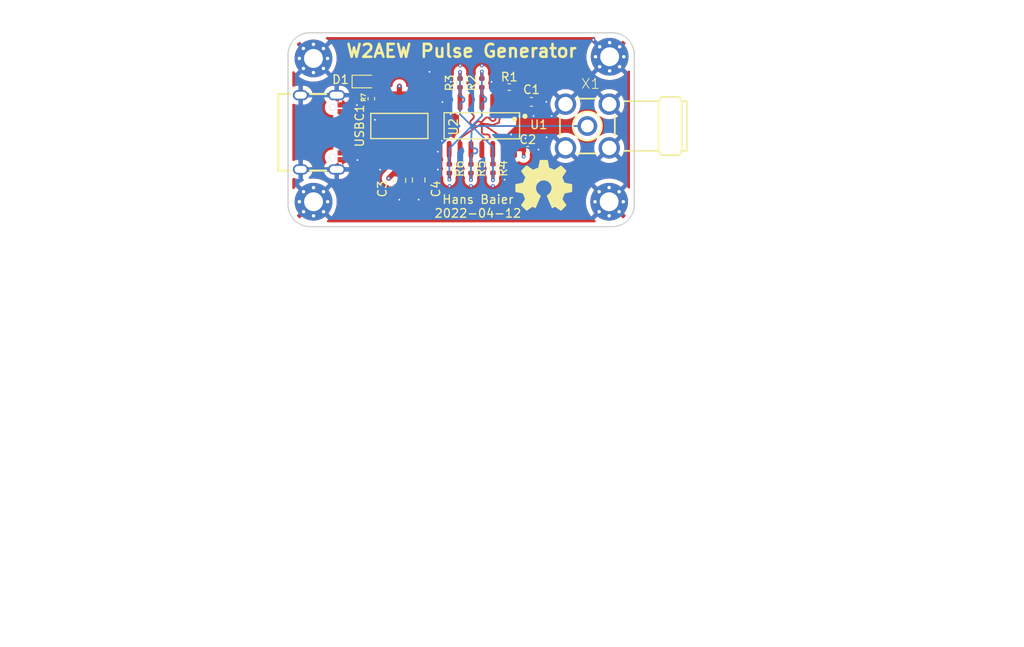
<source format=kicad_pcb>
(kicad_pcb (version 20211014) (generator pcbnew)
  (layers (0 "F.Cu" signal) (1 "In1.Cu" signal) (2 "In2.Cu" signal) (31 "B.Cu" signal) (34 "B.Paste" user) (35 "F.Paste" user) (36 "B.SilkS" user "B.Silkscreen") (37 "F.SilkS" user "F.Silkscreen") (38 "B.Mask" user) (39 "F.Mask" user) (44 "Edge.Cuts" user))
  (net 0 "")
  (net 1 "VCC")
  (net 2 "/OSC_OUT")
  (net 3 "GND")
  (net 4 "Net-(R2-Pad1)")
  (net 5 "/OUT")
  (net 6 "Net-(R3-Pad1)")
  (net 7 "Net-(R4-Pad1)")
  (net 8 "Net-(R5-Pad1)")
  (net 9 "Net-(R6-Pad1)")
  (net 18 "Net-(C1-Pad1)")
  (net 19 "Net-(D1-Pad2)")
  (net 20 "/VIN")
  (footprint "MountingHole:MountingHole_2.2mm_M2_Pad_Via" (layer "F.Cu") (at 136.46 83.74)
    (fp_text reference "H3" hide)
    (fp_text value "MountingHole_Pad")
    (pad "1" thru_hole circle (at 0 -1.65) (size 0.7 0.7) (drill 0.4) (layers *.Cu *.Mask) (net 3 "GND"))
    (pad "1" thru_hole circle (at -1.166726 -1.166726) (size 0.7 0.7) (drill 0.4) (layers *.Cu *.Mask) (net 3 "GND"))
    (pad "1" thru_hole circle (at -1.65 0) (size 0.7 0.7) (drill 0.4) (layers *.Cu *.Mask) (net 3 "GND"))
    (pad "1" thru_hole circle (at 0 0) (size 4.4 4.4) (drill 2.2) (layers *.Cu *.Mask) (net 3 "GND"))
    (pad "1" thru_hole circle (at 1.166726 -1.166726) (size 0.7 0.7) (drill 0.4) (layers *.Cu *.Mask) (net 3 "GND"))
    (pad "1" thru_hole circle (at 0 1.65) (size 0.7 0.7) (drill 0.4) (layers *.Cu *.Mask) (net 3 "GND"))
    (pad "1" thru_hole circle (at -1.166726 1.166726) (size 0.7 0.7) (drill 0.4) (layers *.Cu *.Mask) (net 3 "GND"))
    (pad "1" thru_hole circle (at 1.65 0) (size 0.7 0.7) (drill 0.4) (layers *.Cu *.Mask) (net 3 "GND"))
    (pad "1" thru_hole circle (at 1.166726 1.166726) (size 0.7 0.7) (drill 0.4) (layers *.Cu *.Mask) (net 3 "GND"))
  )
  (footprint "MountingHole:MountingHole_2.2mm_M2_Pad_Via" (layer "F.Cu") (at 101.99 83.74)
    (fp_text reference "H4" hide)
    (fp_text value "MountingHole_Pad")
    (pad "1" thru_hole circle (at -1.166726 -1.166726) (size 0.7 0.7) (drill 0.4) (layers *.Cu *.Mask) (net 3 "GND"))
    (pad "1" thru_hole circle (at -1.166726 1.166726) (size 0.7 0.7) (drill 0.4) (layers *.Cu *.Mask) (net 3 "GND"))
    (pad "1" thru_hole circle (at 0 -1.65) (size 0.7 0.7) (drill 0.4) (layers *.Cu *.Mask) (net 3 "GND"))
    (pad "1" thru_hole circle (at 1.166726 1.166726) (size 0.7 0.7) (drill 0.4) (layers *.Cu *.Mask) (net 3 "GND"))
    (pad "1" thru_hole circle (at 0 1.65) (size 0.7 0.7) (drill 0.4) (layers *.Cu *.Mask) (net 3 "GND"))
    (pad "1" thru_hole circle (at 1.65 0) (size 0.7 0.7) (drill 0.4) (layers *.Cu *.Mask) (net 3 "GND"))
    (pad "1" thru_hole circle (at -1.65 0) (size 0.7 0.7) (drill 0.4) (layers *.Cu *.Mask) (net 3 "GND"))
    (pad "1" thru_hole circle (at 0 0) (size 4.4 4.4) (drill 2.2) (layers *.Cu *.Mask) (net 3 "GND"))
    (pad "1" thru_hole circle (at 1.166726 -1.166726) (size 0.7 0.7) (drill 0.4) (layers *.Cu *.Mask) (net 3 "GND"))
  )
  (footprint "Capacitor_SMD:C_0805_2012Metric" (layer "F.Cu") (at 114.25 81.2 -90)
    (fp_text reference "C4" (at 1.05 -2 90) (layer "F.SilkS"))
    (fp_text value "10u")
    (fp_line (start -0.261252 -0.735) (end 0.261252 -0.735) (layer "F.SilkS") (width 0.12))
    (fp_line (start -0.261252 0.735) (end 0.261252 0.735) (layer "F.SilkS") (width 0.12))
    (pad "1" smd roundrect (at -0.95 0 270) (size 1 1.45) (layers "F.Cu" "F.Paste" "F.Mask") (net 20 "/VIN"))
    (pad "2" smd roundrect (at 0.95 0 270) (size 1 1.45) (layers "F.Cu" "F.Paste" "F.Mask") (net 3 "GND"))
  )
  (footprint "easyeda2kicad:SOT-223-3_L6.5-W3.4-P2.30-LS7.0-BR" (layer "F.Cu") (at 112 75 -90)
    (fp_text reference "U2" (at 0 -6.3 -90) (layer "F.SilkS"))
    (fp_text value "AMS1117-3.3")
    (fp_line (start 1.37 -3.33) (end 1.37 3.33) (layer "F.SilkS") (width 0.15))
    (fp_line (start -1.57 -3.33) (end 1.37 -3.33) (layer "F.SilkS") (width 0.15))
    (fp_line (start 1.37 3.33) (end -1.57 3.33) (layer "F.SilkS") (width 0.15))
    (fp_line (start -1.57 3.33) (end -1.57 -3.33) (layer "F.SilkS") (width 0.15))
    (pad "1" smd rect locked (at 2.97 2.3 270) (size 2.5 1.1) (layers "F.Cu" "F.Paste" "F.Mask") (net 3 "GND"))
    (pad "2" smd rect locked (at 2.97 0 270) (size 2.5 1.1) (layers "F.Cu" "F.Paste" "F.Mask") (net 1 "VCC"))
    (pad "3" smd rect locked (at 2.97 -2.3 270) (size 2.5 1.1) (layers "F.Cu" "F.Paste" "F.Mask") (net 20 "/VIN"))
    (pad "4" smd rect locked (at -2.97 0 270) (size 2.34 3.6) (layers "F.Cu" "F.Paste" "F.Mask") (net 1 "VCC"))
  )
  (footprint "Resistor_SMD:R_0402_1005Metric" (layer "F.Cu") (at 117.8306 79.883 -90)
    (fp_text reference "R6" (at 0 -1.17 90) (layer "F.SilkS"))
    (fp_text value "220R")
    (fp_line (start -0.153641 0.38) (end 0.153641 0.38) (layer "F.SilkS") (width 0.12))
    (fp_line (start -0.153641 -0.38) (end 0.153641 -0.38) (layer "F.SilkS") (width 0.12))
    (pad "1" smd roundrect (at -0.51 0 270) (size 0.54 0.64) (layers "F.Cu" "F.Paste" "F.Mask") (net 9 "Net-(R6-Pad1)"))
    (pad "2" smd roundrect (at 0.51 0 270) (size 0.54 0.64) (layers "F.Cu" "F.Paste" "F.Mask") (net 5 "/OUT"))
  )
  (footprint "Symbols:OSHW-Symbol_6.7x6mm_SilkScreen" (layer "F.Cu") (at 128.8288 81.8388)
    (fp_text reference "N1" hide)
    (fp_text value "OHWLOGO" hide)
    (fp_poly (pts (xy 0.555814 -2.531069) (xy 0.639635 -2.086445) (xy 0.94892 -1.958947) (xy 1.258206 -1.831449) (xy 1.629246 -2.083754) (xy 1.733157 -2.154004) (xy 1.827087 -2.216728) (xy 1.906652 -2.269062) (xy 1.96747 -2.308143) (xy 2.005157 -2.331107) (xy 2.015421 -2.336058) (xy 2.03391 -2.323324) (xy 2.07342 -2.288118) (xy 2.129522 -2.234938) (xy 2.197787 -2.168282) (xy 2.273786 -2.092646) (xy 2.353092 -2.012528) (xy 2.431275 -1.932426) (xy 2.503907 -1.856836) (xy 2.566559 -1.790255) (xy 2.614803 -1.737182) (xy 2.64421 -1.702113) (xy 2.651241 -1.690377) (xy 2.641123 -1.66874) (xy 2.612759 -1.621338) (xy 2.569129 -1.552807) (xy 2.513218 -1.467785) (xy 2.448006 -1.370907) (xy 2.410219 -1.31565) (xy 2.341343 -1.214752) (xy 2.28014 -1.123701) (xy 2.229578 -1.04703) (xy 2.192628 -0.989272) (xy 2.172258 -0.954957) (xy 2.169197 -0.947746) (xy 2.176136 -0.927252) (xy 2.195051 -0.879487) (xy 2.223087 -0.811168) (xy 2.257391 -0.729011) (xy 2.295109 -0.63973) (xy 2.333387 -0.550042) (xy 2.36937 -0.466662) (xy 2.400206 -0.396306) (xy 2.423039 -0.34569) (xy 2.435017 -0.321529) (xy 2.435724 -0.320578) (xy 2.454531 -0.315964) (xy 2.504618 -0.305672) (xy 2.580793 -0.290713) (xy 2.677865 -0.272099) (xy 2.790643 -0.250841) (xy 2.856442 -0.238582) (xy 2.97695 -0.215638) (xy 3.085797 -0.193805) (xy 3.177476 -0.174278) (xy 3.246481 -0.158252) (xy 3.287304 -0.146921) (xy 3.295511 -0.143326) (xy 3.303548 -0.118994) (xy 3.310033 -0.064041) (xy 3.31497 0.015108) (xy 3.318364 0.112026) (xy 3.320218 0.220287) (xy 3.320538 0.333465) (xy 3.319327 0.445135) (xy 3.31659 0.548868) (xy 3.312331 0.638241) (xy 3.306555 0.706826) (xy 3.299267 0.748197) (xy 3.294895 0.75681) (xy 3.268764 0.767133) (xy 3.213393 0.781892) (xy 3.136107 0.799352) (xy 3.04423 0.81778) (xy 3.012158 0.823741) (xy 2.857524 0.852066) (xy 2.735375 0.874876) (xy 2.641673 0.89308) (xy 2.572384 0.907583) (xy 2.523471 0.919292) (xy 2.490897 0.929115) (xy 2.470628 0.937956) (xy 2.458626 0.946724) (xy 2.456947 0.948457) (xy 2.440184 0.976371) (xy 2.414614 1.030695) (xy 2.382788 1.104777) (xy 2.34726 1.191965) (xy 2.310583 1.285608) (xy 2.275311 1.379052) (xy 2.243996 1.465647) (xy 2.219193 1.53874) (xy 2.203454 1.591678) (xy 2.199332 1.617811) (xy 2.199676 1.618726) (xy 2.213641 1.640086) (xy 2.245322 1.687084) (xy 2.291391 1.754827) (xy 2.348518 1.838423) (xy 2.413373 1.932982) (xy 2.431843 1.959854) (xy 2.497699 2.057275) (xy 2.55565 2.146163) (xy 2.602538 2.221412) (xy 2.635207 2.27792) (xy 2.6505 2.310581) (xy 2.651241 2.314593) (xy 2.638392 2.335684) (xy 2.602888 2.377464) (xy 2.549293 2.435445) (xy 2.482171 2.505135) (xy 2.406087 2.582045) (xy 2.325604 2.661683) (xy 2.245287 2.739561) (xy 2.169699 2.811186) (xy 2.103405 2.87207) (xy 2.050969 2.917721) (xy 2.016955 2.94365) (xy 2.007545 2.947883) (xy 1.985643 2.937912) (xy 1.9408 2.91102) (xy 1.880321 2.871736) (xy 1.833789 2.840117) (xy 1.749475 2.782098) (xy 1.649626 2.713784) (xy 1.549473 2.645579) (xy 1.495627 2.609075) (xy 1.313371 2.4858) (xy 1.160381 2.56852) (xy 1.090682 2.604759) (xy 1.031414 2.632926) (xy 0.991311 2.648991) (xy 0.981103 2.651226) (xy 0.968829 2.634722) (xy 0.944613 2.588082) (xy 0.910263 2.515609) (xy 0.867588 2.421606) (xy 0.818394 2.310374) (xy 0.76449 2.186215) (xy 0.707684 2.053432) (xy 0.649782 1.916327) (xy 0.592593 1.779202) (xy 0.537924 1.646358) (xy 0.487584 1.522098) (xy 0.44338 1.410725) (xy 0.407119 1.316539) (xy 0.380609 1.243844) (xy 0.365658 1.196941) (xy 0.363254 1.180833) (xy 0.382311 1.160286) (xy 0.424036 1.126933) (xy 0.479706 1.087702) (xy 0.484378 1.084599) (xy 0.628264 0.969423) (xy 0.744283 0.835053) (xy 0.83143 0.685784) (xy 0.888699 0.525913) (xy 0.915086 0.359737) (xy 0.909585 0.191552) (xy 0.87119 0.025655) (xy 0.798895 -0.133658) (xy 0.777626 -0.168513) (xy 0.666996 -0.309263) (xy 0.536302 -0.422286) (xy 0.390064 -0.506997) (xy 0.232808 -0.562806) (xy 0.069057 -0.589126) (xy -0.096667 -0.58537) (xy -0.259838 -0.55095) (xy -0.415935 -0.485277) (xy -0.560433 -0.387765) (xy -0.605131 -0.348187) (xy -0.718888 -0.224297) (xy -0.801782 -0.093876) (xy -0.858644 0.052315) (xy -0.890313 0.197088) (xy -0.898131 0.35986) (xy -0.872062 0.52344) (xy -0.814755 0.682298) (xy -0.728856 0.830906) (xy -0.617014 0.963735) (xy -0.481877 1.075256) (xy -0.464117 1.087011) (xy -0.40785 1.125508) (xy -0.365077 1.158863) (xy -0.344628 1.18016) (xy -0.344331 1.180833) (xy -0.348721 1.203871) (xy -0.366124 1.256157) (xy -0.394732 1.33339) (xy -0.432735 1.431268) (xy -0.478326 1.545491) (xy -0.529697 1.671758) (xy -0.585038 1.805767) (xy -0.642542 1.943218) (xy -0.700399 2.079808) (xy -0.756802 2.211237) (xy -0.809942 2.333205) (xy -0.85801 2.441409) (xy -0.899199 2.531549) (xy -0.931699 2.599323) (xy -0.953703 2.64043) (xy -0.962564 2.651226) (xy -0.98964 2.642819) (xy -1.040303 2.620272) (xy -1.105817 2.587613) (xy -1.141841 2.56852) (xy -1.294832 2.4858) (xy -1.477088 2.609075) (xy -1.570125 2.672228) (xy -1.671985 2.741727) (xy -1.767438 2.807165) (xy -1.81525 2.840117) (xy -1.882495 2.885273) (xy -1.939436 2.921057) (xy -1.978646 2.942938) (xy -1.991381 2.947563) (xy -2.009917 2.935085) (xy -2.050941 2.900252) (xy -2.110475 2.846678) (xy -2.184542 2.777983) (xy -2.269165 2.697781) (xy -2.322685 2.646286) (xy -2.416319 2.554286) (xy -2.497241 2.471999) (xy -2.562177 2.402945) (xy -2.607858 2.350644) (xy -2.631011 2.318616) (xy -2.633232 2.312116) (xy -2.622924 2.287394) (xy -2.594439 2.237405) (xy -2.550937 2.167212) (xy -2.495577 2.081875) (xy -2.43152 1.986456) (xy -2.413303 1.959854) (xy -2.346927 1.863167) (xy -2.287378 1.776117) (xy -2.237984 1.703595) (xy -2.202075 1.650493) (xy -2.182981 1.621703) (xy -2.181136 1.618726) (xy -2.183895 1.595782) (xy -2.198538 1.545336) (xy -2.222513 1.474041) (xy -2.253266 1.388547) (xy -2.288244 1.295507) (xy -2.324893 1.201574) (xy -2.360661 1.113399) (xy -2.392994 1.037634) (xy -2.419338 0.980931) (xy -2.437142 0.949943) (xy -2.438407 0.948457) (xy -2.449294 0.939601) (xy -2.467682 0.930843) (xy -2.497606 0.921277) (xy -2.543103 0.909996) (xy -2.608209 0.896093) (xy -2.696961 0.878663) (xy -2.813393 0.856798) (xy -2.961542 0.829591) (xy -2.993618 0.823741) (xy -3.088686 0.805374) (xy -3.171565 0.787405) (xy -3.23493 0.771569) (xy -3.271458 0.7596) (xy -3.276356 0.75681) (xy -3.284427 0.732072) (xy -3.290987 0.67679) (xy -3.296033 0.597389) (xy -3.299559 0.500296) (xy -3.301561 0.391938) (xy -3.302036 0.27874) (xy -3.300977 0.167128) (xy -3.298382 0.063529) (xy -3.294246 -0.025632) (xy -3.288563 -0.093928) (xy -3.281331 -0.134934) (xy -3.276971 -0.143326) (xy -3.252698 -0.151792) (xy -3.197426 -0.165565) (xy -3.116662 -0.18345) (xy -3.015912 -0.204252) (xy -2.900683 -0.226777) (xy -2.837902 -0.238582) (xy -2.718787 -0.260849) (xy -2.612565 -0.281021) (xy -2.524427 -0.298085) (xy -2.459566 -0.311031) (xy -2.423174 -0.318845) (xy -2.417184 -0.320578) (xy -2.407061 -0.34011) (xy -2.385662 -0.387157) (xy -2.355839 -0.454997) (xy -2.320445 -0.536909) (xy -2.282332 -0.626172) (xy -2.244353 -0.716065) (xy -2.20936 -0.799865) (xy -2.180206 -0.870853) (xy -2.159743 -0.922306) (xy -2.150823 -0.947503) (xy -2.150657 -0.948604) (xy -2.160769 -0.968481) (xy -2.189117 -1.014223) (xy -2.232723 -1.081283) (xy -2.288606 -1.165116) (xy -2.353787 -1.261174) (xy -2.391679 -1.31635) (xy -2.460725 -1.417519) (xy -2.52205 -1.50937) (xy -2.572663 -1.587256) (xy -2.609571 -1.646531) (xy -2.629782 -1.682549) (xy -2.632701 -1.690623) (xy -2.620153 -1.709416) (xy -2.585463 -1.749543) (xy -2.533063 -1.806507) (xy -2.467384 -1.875815) (xy -2.392856 -1.952969) (xy -2.313913 -2.033475) (xy -2.234983 -2.112837) (xy -2.1605 -2.18656) (xy -2.094894 -2.250148) (xy -2.042596 -2.299106) (xy -2.008039 -2.328939) (xy -1.996478 -2.336058) (xy -1.977654 -2.326047) (xy -1.932631 -2.297922) (xy -1.865787 -2.254546) (xy -1.781499 -2.198782) (xy -1.684144 -2.133494) (xy -1.610707 -2.083754) (xy -1.239667 -1.831449) (xy -0.621095 -2.086445) (xy -0.537275 -2.531069) (xy -0.453454 -2.975693) (xy 0.471994 -2.975693) (xy 0.555814 -2.531069)) (layer "F.SilkS") (width 0.01) (fill solid))
  )
  (footprint "Resistor_SMD:R_0402_1005Metric" (layer "F.Cu") (at 108.73 71.72 90)
    (fp_text reference "R7" (at 0.15 -0.91 90) (layer "F.SilkS") (effects (font (size 0.5 0.5) (thickness 0.125))))
    (fp_text value "1k")
    (fp_line (start -0.153641 0.38) (end 0.153641 0.38) (layer "F.SilkS") (width 0.12))
    (fp_line (start -0.153641 -0.38) (end 0.153641 -0.38) (layer "F.SilkS") (width 0.12))
    (pad "1" smd roundrect (at -0.51 0 90) (size 0.54 0.64) (layers "F.Cu" "F.Paste" "F.Mask") (net 20 "/VIN"))
    (pad "2" smd roundrect (at 0.51 0 90) (size 0.54 0.64) (layers "F.Cu" "F.Paste" "F.Mask") (net 19 "Net-(D1-Pad2)"))
  )
  (footprint "diff-probe:BU-SMA-H" (layer "F.Cu") (at 133.92115 74.9046)
    (fp_text reference "X1" (at -0.81115 -4.2446) (layer "F.SilkS") (effects (font (size 1.1684 1.1684) (thickness 0.1016)) (justify left bottom)))
    (fp_text value "SMA--BU-SMA-H")
    (fp_line (start 8.3 2.9) (end 8.3 -2.9) (layer "F.SilkS") (width 0.2))
    (fp_line (start 8.3 2.9) (end 8.6 3.4) (layer "F.SilkS") (width 0.2))
    (fp_line (start 8.6 -3.4) (end 10.7 -3.4) (layer "F.SilkS") (width 0.2))
    (fp_line (start 8.6 3.4) (end 10.7 3.4) (layer "F.SilkS") (width 0.2))
    (fp_line (start 4.3 -2.9) (end 8.3 -2.9) (layer "F.SilkS") (width 0.2))
    (fp_line (start 3.2 -1.1) (end 3.2 1.1) (layer "F.SilkS") (width 0.2))
    (fp_line (start 11 -2.9) (end 11.6 -2.9) (layer "F.SilkS") (width 0.2))
    (fp_line (start 1.1 3.2) (end -1.1 3.2) (layer "F.SilkS") (width 0.2))
    (fp_line (start 4.3 2.9) (end 8.3 2.9) (layer "F.SilkS") (width 0.2))
    (fp_line (start 8.3 -2.9) (end 8.6 -3.4) (layer "F.SilkS") (width 0.2))
    (fp_line (start 10.7 3.4) (end 11 2.9) (layer "F.SilkS") (width 0.2))
    (fp_line (start -3.2 1.1) (end -3.2 -1.1) (layer "F.SilkS") (width 0.2))
    (fp_line (start 11.6 2.9) (end 11.6 -2.9) (layer "F.SilkS") (width 0.2))
    (fp_line (start 11 2.9) (end 11.6 2.9) (layer "F.SilkS") (width 0.2))
    (fp_line (start 10.7 -3.4) (end 11 -2.9) (layer "F.SilkS") (width 0.2))
    (fp_line (start 11 2.9) (end 11 -2.9) (layer "F.SilkS") (width 0.2))
    (fp_line (start -1.1 -3.2) (end 1.1 -3.2) (layer "F.SilkS") (width 0.2))
    (fp_circle (center 0 0) (end 1.7 0) (layer "F.SilkS") (width 0.2) (fill none))
    (pad "1" thru_hole circle (at 0 0) (size 2.3 2.3) (drill 1.5) (layers *.Cu *.Mask) (net 5 "/OUT"))
    (pad "2" thru_hole circle (at -2.5499 -2.5499) (size 2.5 2.5) (drill 1.7) (layers *.Cu *.Mask) (net 3 "GND"))
    (pad "3" thru_hole circle (at 2.5499 -2.5499) (size 2.5 2.5) (drill 1.7) (layers *.Cu *.Mask) (net 3 "GND"))
    (pad "4" thru_hole circle (at 2.5499 2.5499) (size 2.5 2.5) (drill 1.7) (layers *.Cu *.Mask) (net 3 "GND"))
    (pad "5" thru_hole circle (at -2.5499 2.5499) (size 2.5 2.5) (drill 1.7) (layers *.Cu *.Mask) (net 3 "GND"))
  )
  (footprint "Capacitor_SMD:C_0402_1005Metric" (layer "F.Cu") (at 126.9746 77.6478)
    (fp_text reference "C2" (at 0 -1.16) (layer "F.SilkS"))
    (fp_text value "100nF")
    (fp_line (start -0.107836 0.36) (end 0.107836 0.36) (layer "F.SilkS") (width 0.12))
    (fp_line (start -0.107836 -0.36) (end 0.107836 -0.36) (layer "F.SilkS") (width 0.12))
    (pad "1" smd roundrect (at -0.48 0) (size 0.56 0.62) (layers "F.Cu" "F.Paste" "F.Mask") (net 1 "VCC"))
    (pad "2" smd roundrect (at 0.48 0) (size 0.56 0.62) (layers "F.Cu" "F.Paste" "F.Mask") (net 3 "GND"))
  )
  (footprint "Resistor_SMD:R_0402_1005Metric" (layer "F.Cu") (at 122.9106 79.8576 -90)
    (fp_text reference "R4" (at 0 -1.17 90) (layer "F.SilkS"))
    (fp_text value "220R")
    (fp_line (start -0.153641 -0.38) (end 0.153641 -0.38) (layer "F.SilkS") (width 0.12))
    (fp_line (start -0.153641 0.38) (end 0.153641 0.38) (layer "F.SilkS") (width 0.12))
    (pad "1" smd roundrect (at -0.51 0 270) (size 0.54 0.64) (layers "F.Cu" "F.Paste" "F.Mask") (net 7 "Net-(R4-Pad1)"))
    (pad "2" smd roundrect (at 0.51 0 270) (size 0.54 0.64) (layers "F.Cu" "F.Paste" "F.Mask") (net 5 "/OUT"))
  )
  (footprint "Resistor_SMD:R_0402_1005Metric" (layer "F.Cu") (at 119.0752 69.8774 90)
    (fp_text reference "R3" (at 0 -1.17 90) (layer "F.SilkS"))
    (fp_text value "220R")
    (fp_line (start -0.153641 0.38) (end 0.153641 0.38) (layer "F.SilkS") (width 0.12))
    (fp_line (start -0.153641 -0.38) (end 0.153641 -0.38) (layer "F.SilkS") (width 0.12))
    (pad "1" smd roundrect (at -0.51 0 90) (size 0.54 0.64) (layers "F.Cu" "F.Paste" "F.Mask") (net 6 "Net-(R3-Pad1)"))
    (pad "2" smd roundrect (at 0.51 0 90) (size 0.54 0.64) (layers "F.Cu" "F.Paste" "F.Mask") (net 5 "/OUT"))
  )
  (footprint "easyeda2kicad:USB-C_SMD-TYPE-C-31-M-12" (layer "F.Cu") (at 102.9646 75.6379 -90)
    (fp_text reference "USBC1" (at -0.7479 -4.3954 -90) (layer "F.SilkS"))
    (fp_text value "TYPE-C-31-M-12")
    (fp_line (start 4.47 5.09) (end -4.47 5.09) (layer "F.SilkS") (width 0.25))
    (fp_line (start 4.47 1.37) (end 4.47 -0.49) (layer "F.SilkS") (width 0.25))
    (fp_line (start -4.47 1.37) (end -4.47 -0.49) (layer "F.SilkS") (width 0.25))
    (fp_line (start 4.47 5.09) (end 4.47 3.61) (layer "F.SilkS") (width 0.25))
    (fp_line (start -4.47 5.09) (end -4.47 3.61) (layer "F.SilkS") (width 0.25))
    (pad "" thru_hole circle locked (at -2.9 -1.22 270) (size 0.75 0.75) (drill 0.75) (layers *.Cu *.Mask))
    (pad "" thru_hole circle locked (at 2.9 -1.22 270) (size 0.75 0.75) (drill 0.75) (layers *.Cu *.Mask))
    (pad "0" thru_hole oval locked (at -4.33 -1.72 270) (size 1.2 2) (drill oval 0.799998 1.600022) (layers *.Cu *.Paste *.Mask) (net 3 "GND"))
    (pad "0" thru_hole oval locked (at 4.33 2.48 270) (size 1.2 1.8) (drill oval 0.799998 1.399997) (layers *.Cu *.Paste *.Mask) (net 3 "GND"))
    (pad "0" thru_hole oval locked (at 4.33 -1.72 270) (size 1.2 2) (drill oval 0.799998 1.599971) (layers *.Cu *.Paste *.Mask) (net 3 "GND"))
    (pad "0" thru_hole oval locked (at -4.33 2.48 270) (size 1.2 1.8) (drill oval 0.799998 1.399997) (layers *.Cu *.Paste *.Mask) (net 3 "GND"))
    (pad "A1" smd rect locked (at -3.35 -2.48 270) (size 0.3 1.3) (layers "F.Cu" "F.Paste" "F.Mask") (net 3 "GND"))
    (pad "A4" smd rect locked (at -2.55 -2.48 270) (size 0.3 1.3) (layers "F.Cu" "F.Paste" "F.Mask") (net 20 "/VIN"))
    (pad "A5" smd rect locked (at -1.25 -2.48 270) (size 0.3 1.3) (layers "F.Cu" "F.Paste" "F.Mask"))
    (pad "A6" smd rect locked (at -0.25 -2.48 270) (size 0.3 1.3) (layers "F.Cu" "F.Paste" "F.Mask"))
    (pad "A7" smd rect locked (at 0.25 -2.48 270) (size 0.3 1.3) (layers "F.Cu" "F.Paste" "F.Mask"))
    (pad "A8" smd rect locked (at 1.25 -2.48 270) (size 0.3 1.3) (layers "F.Cu" "F.Paste" "F.Mask"))
    (pad "A9" smd rect locked (at 2.55 -2.48 270) (size 0.3 1.3) (layers "F.Cu" "F.Paste" "F.Mask") (net 20 "/VIN"))
    (pad "A12" smd rect locked (at 3.35 -2.48 270) (size 0.3 1.3) (layers "F.Cu" "F.Paste" "F.Mask") (net 3 "GND"))
    (pad "B1" smd rect locked (at 3.05 -2.48 270) (size 0.3 1.3) (layers "F.Cu" "F.Paste" "F.Mask") (net 3 "GND"))
    (pad "B4" smd rect locked (at 2.25 -2.48 270) (size 0.3 1.3) (layers "F.Cu" "F.Paste" "F.Mask") (net 20 "/VIN"))
    (pad "B5" smd rect locked (at 1.75 -2.48 270) (size 0.3 1.3) (layers "F.Cu" "F.Paste" "F.Mask"))
    (pad "B6" smd rect locked (at 0.75 -2.48 270) (size 0.3 1.3) (layers "F.Cu" "F.Paste" "F.Mask"))
    (pad "B7" smd rect locked (at -0.75 -2.48 270) (size 0.3 1.3) (layers "F.Cu" "F.Paste" "F.Mask"))
    (pad "B8" smd rect locked (at -1.75 -2.48 270) (size 0.3 1.3) (layers "F.Cu" "F.Paste" "F.Mask"))
    (pad "B9" smd rect locked (at -2.25 -2.48 270) (size 0.3 1.3) (layers "F.Cu" "F.Paste" "F.Mask") (net 20 "/VIN"))
    (pad "B12" smd rect locked (at -3.05 -2.48 270) (size 0.3 1.3) (layers "F.Cu" "F.Paste" "F.Mask") (net 3 "GND"))
  )
  (footprint "Capacitor_SMD:C_0805_2012Metric" (layer "F.Cu") (at 112 81.25 90)
    (fp_text reference "C3" (at -1 -2 90) (layer "F.SilkS"))
    (fp_text value "100n")
    (fp_line (start -0.261252 -0.735) (end 0.261252 -0.735) (layer "F.SilkS") (width 0.12))
    (fp_line (start -0.261252 0.735) (end 0.261252 0.735) (layer "F.SilkS") (width 0.12))
    (pad "1" smd roundrect (at -0.95 0 90) (size 1 1.45) (layers "F.Cu" "F.Paste" "F.Mask") (net 3 "GND"))
    (pad "2" smd roundrect (at 0.95 0 90) (size 1 1.45) (layers "F.Cu" "F.Paste" "F.Mask") (net 1 "VCC"))
  )
  (footprint "Resistor_SMD:R_0402_1005Metric" (layer "F.Cu") (at 121.6152 69.8754 90)
    (fp_text reference "R2" (at 0 -1.17 90) (layer "F.SilkS"))
    (fp_text value "220R")
    (fp_line (start -0.153641 -0.38) (end 0.153641 -0.38) (layer "F.SilkS") (width 0.12))
    (fp_line (start -0.153641 0.38) (end 0.153641 0.38) (layer "F.SilkS") (width 0.12))
    (pad "1" smd roundrect (at -0.51 0 90) (size 0.54 0.64) (layers "F.Cu" "F.Paste" "F.Mask") (net 4 "Net-(R2-Pad1)"))
    (pad "2" smd roundrect (at 0.51 0 90) (size 0.54 0.64) (layers "F.Cu" "F.Paste" "F.Mask") (net 5 "/OUT"))
  )
  (footprint "Resistor_SMD:R_0402_1005Metric" (layer "F.Cu") (at 120.3452 79.883 -90)
    (fp_text reference "R5" (at 0 -1.17 90) (layer "F.SilkS"))
    (fp_text value "220R")
    (fp_line (start -0.153641 -0.38) (end 0.153641 -0.38) (layer "F.SilkS") (width 0.12))
    (fp_line (start -0.153641 0.38) (end 0.153641 0.38) (layer "F.SilkS") (width 0.12))
    (pad "1" smd roundrect (at -0.51 0 270) (size 0.54 0.64) (layers "F.Cu" "F.Paste" "F.Mask") (net 8 "Net-(R5-Pad1)"))
    (pad "2" smd roundrect (at 0.51 0 270) (size 0.54 0.64) (layers "F.Cu" "F.Paste" "F.Mask") (net 5 "/OUT"))
  )
  (footprint "MountingHole:MountingHole_2.2mm_M2_Pad_Via" (layer "F.Cu") (at 101.98 67.02)
    (fp_text reference "H2" hide)
    (fp_text value "MountingHole_Pad")
    (pad "1" thru_hole circle (at 1.65 0) (size 0.7 0.7) (drill 0.4) (layers *.Cu *.Mask) (net 3 "GND"))
    (pad "1" thru_hole circle (at 0 1.65) (size 0.7 0.7) (drill 0.4) (layers *.Cu *.Mask) (net 3 "GND"))
    (pad "1" thru_hole circle (at -1.166726 1.166726) (size 0.7 0.7) (drill 0.4) (layers *.Cu *.Mask) (net 3 "GND"))
    (pad "1" thru_hole circle (at -1.65 0) (size 0.7 0.7) (drill 0.4) (layers *.Cu *.Mask) (net 3 "GND"))
    (pad "1" thru_hole circle (at 0 -1.65) (size 0.7 0.7) (drill 0.4) (layers *.Cu *.Mask) (net 3 "GND"))
    (pad "1" thru_hole circle (at 1.166726 1.166726) (size 0.7 0.7) (drill 0.4) (layers *.Cu *.Mask) (net 3 "GND"))
    (pad "1" thru_hole circle (at 1.166726 -1.166726) (size 0.7 0.7) (drill 0.4) (layers *.Cu *.Mask) (net 3 "GND"))
    (pad "1" thru_hole circle (at 0 0) (size 4.4 4.4) (drill 2.2) (layers *.Cu *.Mask) (net 3 "GND"))
    (pad "1" thru_hole circle (at -1.166726 -1.166726) (size 0.7 0.7) (drill 0.4) (layers *.Cu *.Mask) (net 3 "GND"))
  )
  (footprint "LED_SMD:LED_0603_1608Metric" (layer "F.Cu") (at 107.97 69.71)
    (fp_text reference "D1" (at -2.83 -0.23) (layer "F.SilkS"))
    (fp_text value "D_LED_0603_Yellow")
    (fp_line (start -1.485 -0.735) (end -1.485 0.735) (layer "F.SilkS") (width 0.12))
    (fp_line (start 0.8 -0.735) (end -1.485 -0.735) (layer "F.SilkS") (width 0.12))
    (fp_line (start -1.485 0.735) (end 0.8 0.735) (layer "F.SilkS") (width 0.12))
    (pad "1" smd roundrect (at -0.7875 0) (size 0.875 0.95) (layers "F.Cu" "F.Paste" "F.Mask") (net 3 "GND"))
    (pad "2" smd roundrect (at 0.7875 0) (size 0.875 0.95) (layers "F.Cu" "F.Paste" "F.Mask") (net 19 "Net-(D1-Pad2)"))
  )
  (footprint "Resistor_SMD:R_0402_1005Metric" (layer "F.Cu") (at 124.8156 70.358)
    (fp_text reference "R1" (at 0 -1.17) (layer "F.SilkS"))
    (fp_text value "6.8k")
    (fp_line (start -0.153641 -0.38) (end 0.153641 -0.38) (layer "F.SilkS") (width 0.12))
    (fp_line (start -0.153641 0.38) (end 0.153641 0.38) (layer "F.SilkS") (width 0.12))
    (pad "1" smd roundrect (at -0.51 0) (size 0.54 0.64) (layers "F.Cu" "F.Paste" "F.Mask") (net 2 "/OSC_OUT"))
    (pad "2" smd roundrect (at 0.51 0) (size 0.54 0.64) (layers "F.Cu" "F.Paste" "F.Mask") (net 18 "Net-(C1-Pad1)"))
  )
  (footprint "MountingHole:MountingHole_2.2mm_M2_Pad_Via" (layer "F.Cu") (at 136.52 66.82)
    (fp_text reference "H1" hide)
    (fp_text value "MountingHole_Pad")
    (pad "1" thru_hole circle (at 0 0) (size 4.4 4.4) (drill 2.2) (layers *.Cu *.Mask) (net 3 "GND"))
    (pad "1" thru_hole circle (at 0 1.65) (size 0.7 0.7) (drill 0.4) (layers *.Cu *.Mask) (net 3 "GND"))
    (pad "1" thru_hole circle (at 1.65 0) (size 0.7 0.7) (drill 0.4) (layers *.Cu *.Mask) (net 3 "GND"))
    (pad "1" thru_hole circle (at -1.65 0) (size 0.7 0.7) (drill 0.4) (layers *.Cu *.Mask) (net 3 "GND"))
    (pad "1" thru_hole circle (at 1.166726 -1.166726) (size 0.7 0.7) (drill 0.4) (layers *.Cu *.Mask) (net 3 "GND"))
    (pad "1" thru_hole circle (at -1.166726 1.166726) (size 0.7 0.7) (drill 0.4) (layers *.Cu *.Mask) (net 3 "GND"))
    (pad "1" thru_hole circle (at 1.166726 1.166726) (size 0.7 0.7) (drill 0.4) (layers *.Cu *.Mask) (net 3 "GND"))
    (pad "1" thru_hole circle (at -1.166726 -1.166726) (size 0.7 0.7) (drill 0.4) (layers *.Cu *.Mask) (net 3 "GND"))
    (pad "1" thru_hole circle (at 0 -1.65) (size 0.7 0.7) (drill 0.4) (layers *.Cu *.Mask) (net 3 "GND"))
  )
  (footprint "Capacitor_SMD:C_0603_1608Metric" (layer "F.Cu") (at 127.4064 72.0852)
    (fp_text reference "C1" (at 0 -1.43) (layer "F.SilkS"))
    (fp_text value "47nF")
    (fp_line (start -0.14058 0.51) (end 0.14058 0.51) (layer "F.SilkS") (width 0.12))
    (fp_line (start -0.14058 -0.51) (end 0.14058 -0.51) (layer "F.SilkS") (width 0.12))
    (pad "1" smd roundrect (at -0.775 0) (size 0.9 0.95) (layers "F.Cu" "F.Paste" "F.Mask") (net 18 "Net-(C1-Pad1)"))
    (pad "2" smd roundrect (at 0.775 0) (size 0.9 0.95) (layers "F.Cu" "F.Paste" "F.Mask") (net 3 "GND"))
  )
  (footprint "easyeda2kicad:SOIC-14_L8.7-W3.9-P1.27-LS6.0-BL" (layer "F.Cu") (at 121.6152 74.8792 180)
    (fp_text reference "U1" (at -6.6348 0.1292) (layer "F.SilkS"))
    (fp_text value "SN74AC14DR")
    (fp_line (start -4.4 -1.52) (end 4.4 -1.52) (layer "F.SilkS") (width 0.15))
    (fp_line (start 4.4 -1.52) (end 4.4 1.52) (layer "F.SilkS") (width 0.15))
    (fp_line (start 4.4 1.52) (end -4.4 1.52) (layer "F.SilkS") (width 0.15))
    (fp_line (start -4.4 1.52) (end -4.4 -1.52) (layer "F.SilkS") (width 0.15))
    (fp_circle (center -3.81 0.77) (end -3.66 0.77) (layer "F.SilkS") (width 0.3) (fill none))
    (fp_circle (center -5.0292 1.1176) (end -4.8792 1.1176) (layer "F.SilkS") (width 0.3) (fill none))
    (pad "1" smd oval (at -3.81 2.77 180) (size 0.57 2.04) (layers "F.Cu" "F.Paste" "F.Mask") (net 18 "Net-(C1-Pad1)"))
    (pad "2" smd oval (at -2.54 2.77 180) (size 0.57 2.04) (layers "F.Cu" "F.Paste" "F.Mask") (net 2 "/OSC_OUT"))
    (pad "3" smd oval (at -1.27 2.77 180) (size 0.57 2.04) (layers "F.Cu" "F.Paste" "F.Mask") (net 2 "/OSC_OUT"))
    (pad "4" smd oval (at 0 2.77 180) (size 0.57 2.04) (layers "F.Cu" "F.Paste" "F.Mask") (net 4 "Net-(R2-Pad1)"))
    (pad "5" smd oval (at 1.27 2.77 180) (size 0.57 2.04) (layers "F.Cu" "F.Paste" "F.Mask") (net 2 "/OSC_OUT"))
    (pad "6" smd oval (at 2.54 2.77 180) (size 0.57 2.04) (layers "F.Cu" "F.Paste" "F.Mask") (net 6 "Net-(R3-Pad1)"))
    (pad "7" smd oval (at 3.81 2.77 180) (size 0.57 2.04) (layers "F.Cu" "F.Paste" "F.Mask") (net 3 "GND"))
    (pad "8" smd oval (at 3.81 -2.77 180) (size 0.57 2.04) (layers "F.Cu" "F.Paste" "F.Mask") (net 9 "Net-(R6-Pad1)"))
    (pad "9" smd oval (at 2.54 -2.77 180) (size 0.57 2.04) (layers "F.Cu" "F.Paste" "F.Mask") (net 2 "/OSC_OUT"))
    (pad "10" smd oval (at 1.27 -2.77 180) (size 0.57 2.04) (layers "F.Cu" "F.Paste" "F.Mask") (net 8 "Net-(R5-Pad1)"))
    (pad "11" smd oval (at 0 -2.77 180) (size 0.57 2.04) (layers "F.Cu" "F.Paste" "F.Mask") (net 2 "/OSC_OUT"))
    (pad "12" smd oval (at -1.27 -2.77 180) (size 0.57 2.04) (layers "F.Cu" "F.Paste" "F.Mask") (net 7 "Net-(R4-Pad1)"))
    (pad "13" smd oval (at -2.54 -2.77 180) (size 0.57 2.04) (layers "F.Cu" "F.Paste" "F.Mask") (net 2 "/OSC_OUT"))
    (pad "14" smd oval (at -3.81 -2.77 180) (size 0.57 2.04) (layers "F.Cu" "F.Paste" "F.Mask") (net 1 "VCC"))
  )
  (gr_arc (start 99.018509 66.590332) (mid 99.770856 64.774005) (end 101.587183 64.021658) (layer "Edge.Cuts") (width 0.16))
  (gr_arc (start 101.587183 86.647041) (mid 99.770856 85.894694) (end 99.018509 84.078367) (layer "Edge.Cuts") (width 0.16))
  (gr_line (start 136.823882 86.647041) (end 101.587183 86.647041) (layer "Edge.Cuts") (width 0.16))
  (gr_arc (start 139.392556 84.078367) (mid 138.640209 85.894694) (end 136.823882 86.647041) (layer "Edge.Cuts") (width 0.16))
  (gr_line (start 99.018509 84.078367) (end 99.018509 66.590332) (layer "Edge.Cuts") (width 0.16))
  (gr_arc (start 136.823882 64.021658) (mid 138.640209 64.774005) (end 139.392556 66.590332) (layer "Edge.Cuts") (width 0.16))
  (gr_line (start 139.392556 66.590332) (end 139.392556 84.078367) (layer "Edge.Cuts") (width 0.16))
  (gr_line (start 101.587183 64.021658) (end 136.823882 64.021658) (layer "Edge.Cuts") (width 0.16))
  (gr_text "Hans Baier\n2022-04-12" (at 121.16 84.28) (layer "F.SilkS") (effects (font (size 1 1))))
  (gr_text "W2AEW Pulse Generator" (at 119.25 66.14) (layer "F.SilkS") (effects (font (size 1.5 1.5) (thickness 0.3))))
  (segment (start 126.4946 77.6478) (end 126.4946 78.4654) (width 0.4) (layer "F.Cu") (net 1))
  (segment (start 126.4946 78.4654) (end 126.49 78.47) (width 0.4) (layer "F.Cu") (net 1))
  (segment (start 112 80.3) (end 111.45 80.3) (width 0.6) (layer "F.Cu") (net 1))
  (segment (start 112 72.03) (end 112 70.25) (width 0.6) (layer "F.Cu") (net 1))
  (segment (start 125.4252 77.6492) (end 126.4946 77.6478) (width 0.4) (layer "F.Cu") (net 1))
  (segment (start 112 77.97) (end 112 80.3) (width 0.6) (layer "F.Cu") (net 1))
  (segment (start 111.45 80.3) (end 110.75 81) (width 0.6) (layer "F.Cu") (net 1))
  (via (at 126.49 78.47) (size 0.45) (drill 0.2) (layers "F.Cu" "B.Cu") (net 1))
  (via (at 110.75 81) (size 0.45) (drill 0.2) (layers "F.Cu" "B.Cu") (net 1))
  (via (at 112 70.25) (size 0.45) (drill 0.2) (layers "F.Cu" "B.Cu") (net 1))
  (segment (start 121.751471 74.24853) (end 122.029136 73.9902) (width 0.20574) (layer "F.Cu") (net 2))
  (segment (start 119.0752 76.3248) (end 121.6 74.6) (width 0.20574) (layer "F.Cu") (net 2))
  (segment (start 121.6 74.6) (end 122.092349 74.938204) (width 0.20574) (layer "F.Cu") (net 2))
  (segment (start 124.1552 76.3552) (end 124.1552 77.6492) (width 0.20574) (layer "F.Cu") (net 2))
  (segment (start 121.9152 75.8848) (end 122.244976 75.8848) (width 0.20574) (layer "F.Cu") (net 2))
  (segment (start 122.244976 76.4848) (end 121.9152 76.4848) (width 0.20574) (layer "F.Cu") (net 2))
  (segment (start 122.4534 73.9902) (end 122.699732 74.236532) (width 0.20574) (layer "F.Cu") (net 2))
  (segment (start 120.350898 74.697629) (end 120.350899 74.697629) (width 0.20574) (layer "F.Cu") (net 2))
  (segment (start 120.3452 72.1092) (end 120.3452 73.3452) (width 0.20574) (layer "F.Cu") (net 2))
  (segment (start 122.191794 75.006512) (end 124.1552 76.3552) (width 0.20574) (layer "F.Cu") (net 2))
  (segment (start 121.6152 76.788419) (end 121.6152 77.6492) (width 0.20574) (layer "F.Cu") (net 2))
  (segment (start 123.5964 74.5236) (end 124.1552 72.1092) (width 0.20574) (layer "F.Cu") (net 2))
  (segment (start 120.6 74.024264) (end 120.350899 74.273364) (width 0.20574) (layer "F.Cu") (net 2))
  (segment (start 122.092349 74.938204) (end 122.191794 75.006512) (width 0.20574) (layer "F.Cu") (net 2))
  (segment (start 120.775163 74.697629) (end 121.024263 74.448528) (width 0.20574) (layer "F.Cu") (net 2))
  (segment (start 121.6152 76.7848) (end 121.6152 76.788419) (width 0.20574) (layer "F.Cu") (net 2))
  (segment (start 120.599999 74.024265) (end 120.6 74.024264) (width 0.20574) (layer "F.Cu") (net 2))
  (segment (start 120.775164 74.697628) (end 120.775163 74.697629) (width 0.20574) (layer "F.Cu") (net 2))
  (segment (start 122.319211 74.683189) (end 122.8344 74.803) (width 0.20574) (layer "F.Cu") (net 2))
  (segment (start 121.656179 77.150413) (end 121.656181 77.150415) (width 0.4) (layer "F.Cu") (net 2))
  (segment (start 124.1552 71.3994) (end 124.3056 70.358) (width 0.4) (layer "F.Cu") (net 2))
  (segment (start 122.8344 74.803) (end 123.5964 74.5236) (width 0.20574) (layer "F.Cu") (net 2))
  (segment (start 119.0752 77.6492) (end 119.0752 76.3248) (width 0.20574) (layer "F.Cu") (net 2))
  (segment (start 121.6152 74.6152) (end 121.6152 75.5848) (width 0.20574) (layer "F.Cu") (net 2))
  (segment (start 121.6152 74.6152) (end 122.319211 74.683189) (width 0.20574) (layer "F.Cu") (net 2))
  (segment (start 122.877664 73.141669) (end 122.8852 72.1092) (width 0.20574) (layer "F.Cu") (net 2))
  (segment (start 121.448528 74.448527) (end 121.448528 74.448528) (width 0.20574) (layer "F.Cu") (net 2))
  (segment (start 120.3452 73.3452) (end 120.6 73.6) (width 0.20574) (layer "F.Cu") (net 2))
  (segment (start 123.123996 73.812268) (end 122.877663 73.565935) (width 0.20574) (layer "F.Cu") (net 2))
  (segment (start 122.8852 72.1092) (end 122.8852 73.1148) (width 0.20574) (layer "F.Cu") (net 2))
  (segment (start 121.5644 74.5236) (end 121.751471 74.24853) (width 0.20574) (layer "F.Cu") (net 2))
  (segment (start 121.448528 74.448528) (end 121.6 74.6) (width 0.20574) (layer "F.Cu") (net 2))
  (segment (start 124.1552 72.1092) (end 124.1552 71.3994) (width 0.4) (layer "F.Cu") (net 2))
  (segment (start 121.641568 77.328274) (end 121.6152 77.6492) (width 0.4) (layer "F.Cu") (net 2))
  (segment (start 122.877663 73.565935) (end 122.877664 73.565935) (width 0.20574) (layer "F.Cu") (net 2))
  (segment (start 121.656181 77.150415) (end 121.641568 77.328274) (width 0.4) (layer "F.Cu") (net 2))
  (segment (start 121.6 74.6) (end 121.6152 74.6152) (width 0.20574) (layer "F.Cu") (net 2))
  (arc (start 121.024263 74.448528) (mid 121.236395 74.360659) (end 121.448528 74.448527) (width 0.20574) (layer "F.Cu") (net 2))
  (arc (start 121.6152 75.5848) (mid 121.703068 75.796932) (end 121.9152 75.8848) (width 0.20574) (layer "F.Cu") (net 2))
  (arc (start 122.244976 75.8848) (mid 122.457108 75.972668) (end 122.544976 76.1848) (width 0.20574) (layer "F.Cu") (net 2))
  (arc (start 122.544976 76.1848) (mid 122.457108 76.396932) (end 122.244976 76.4848) (width 0.20574) (layer "F.Cu") (net 2))
  (arc (start 122.029136 73.9902) (mid 122.241268 73.902332) (end 122.4534 73.9902) (width 0.20574) (layer "F.Cu") (net 2))
  (arc (start 120.350899 74.273364) (mid 120.26303 74.485496) (end 120.350898 74.697629) (width 0.20574) (layer "F.Cu") (net 2))
  (arc (start 122.877664 73.565935) (mid 122.789795 73.353803) (end 122.877664 73.141669) (width 0.20574) (layer "F.Cu") (net 2))
  (arc (start 120.6 73.6) (mid 120.687868 73.812133) (end 120.599999 74.024265) (width 0.20574) (layer "F.Cu") (net 2))
  (arc (start 120.350899 74.697629) (mid 120.563032 74.785497) (end 120.775164 74.697628) (width 0.20574) (layer "F.Cu") (net 2))
  (arc (start 122.699732 74.236532) (mid 122.911864 74.3244) (end 123.123996 74.236532) (width 0.20574) (layer "F.Cu") (net 2))
  (arc (start 123.123996 74.236532) (mid 123.211864 74.0244) (end 123.123996 73.812268) (width 0.20574) (layer "F.Cu") (net 2))
  (arc (start 121.9152 76.4848) (mid 121.703068 76.572668) (end 121.6152 76.7848) (width 0.20574) (layer "F.Cu") (net 2))
  (segment (start 127.4546 77.6478) (end 128.2192 77.6478) (width 0.4) (layer "F.Cu") (net 3))
  (segment (start 114.25 82.15) (end 114.25 83.5) (width 0.6) (layer "F.Cu") (net 3))
  (segment (start 109.7 77.97) (end 109.7 79.95) (width 0.6) (layer "F.Cu") (net 3))
  (segment (start 112 82.2) (end 112 83.5) (width 0.6) (layer "F.Cu") (net 3))
  (segment (start 117.8052 72.1092) (end 117.0178 72.1106) (width 0.4) (layer "F.Cu") (net 3))
  (segment (start 107.054 72.4629) (end 107.054 72.2343) (width 0.4) (layer "F.Cu") (net 3))
  (segment (start 109.7 79.95) (end 109.75 80) (width 0.6) (layer "F.Cu") (net 3))
  (segment (start 106.7746 72.3613) (end 105.4446 72.2879) (width 0.4) (layer "F.Cu") (net 3))
  (segment (start 128.1814 72.0852) (end 129.1336 72.0852) (width 0.6) (layer "F.Cu") (net 3))
  (segment (start 107.1415 78.875) (end 107.7144 79.4479) (width 0.4) (layer "F.Cu") (net 3))
  (segment (start 105.625 79.0033) (end 107.1094 78.875) (width 0.4) (layer "F.Cu") (net 3))
  (segment (start 105.4446 72.5879) (end 107.054 72.4629) (width 0.4) (layer "F.Cu") (net 3))
  (segment (start 107.054 72.2343) (end 107.4096 71.8787) (width 0.4) (layer "F.Cu") (net 3))
  (segment (start 107.054 72.4629) (end 106.7746 72.3613) (width 0.4) (layer "F.Cu") (net 3))
  (segment (start 107.1094 78.875) (end 107.1415 78.875) (width 0.4) (layer "F.Cu") (net 3))
  (segment (start 106.955 78.7767) (end 105.625 78.7033) (width 0.4) (layer "F.Cu") (net 3))
  (via (at 116.96 76.63) (size 0.45) (drill 0.2) (layers "F.Cu" "B.Cu") (net 3))
  (via (at 134.62 64.86) (size 0.45) (drill 0.2) (layers "F.Cu" "B.Cu") (net 3))
  (via (at 124.27 81.16) (size 0.45) (drill 0.2) (layers "F.Cu" "B.Cu") (net 3))
  (via (at 120.3452 81.915) (size 0.45) (drill 0.2) (layers "F.Cu" "B.Cu") (net 3))
  (via (at 112 83.5) (size 0.45) (drill 0.2) (layers "F.Cu" "B.Cu") (net 3))
  (via (at 127.64 73.73) (size 0.45) (drill 0.2) (layers "F.Cu" "B.Cu") (net 3))
  (via (at 119.1006 67.8434) (size 0.45) (drill 0.2) (layers "F.Cu" "B.Cu") (net 3))
  (via (at 122.9106 81.915) (size 0.45) (drill 0.2) (layers "F.Cu" "B.Cu") (net 3))
  (via (at 116.48 77.9) (size 0.45) (drill 0.2) (layers "F.Cu" "B.Cu") (net 3))
  (via (at 128.18 81.21) (size 0.45) (drill 0.2) (layers "F.Cu" "B.Cu") (net 3))
  (via (at 114.25 83.5) (size 0.45) (drill 0.2) (layers "F.Cu" "B.Cu") (net 3))
  (via (at 122.75 69.75) (size 0.45) (drill 0.2) (layers "F.Cu" "B.Cu") (net 3))
  (via (at 116.48 79.99) (size 0.45) (drill 0.2) (layers "F.Cu" "B.Cu") (net 3))
  (via (at 117.0178 72.1106) (size 0.45) (drill 0.2) (layers "F.Cu" "B.Cu") (net 3))
  (via (at 115.51 68.58) (size 0.45) (drill 0.2) (layers "F.Cu" "B.Cu") (net 3))
  (via (at 129.1336 72.0852) (size 0.45) (drill 0.2) (layers "F.Cu" "B.Cu") (net 3))
  (via (at 118 69.75) (size 0.45) (drill 0.2) (layers "F.Cu" "B.Cu") (net 3))
  (via (at 117.85 81.91) (size 0.45) (drill 0.2) (layers "F.Cu" "B.Cu") (net 3))
  (via (at 107.054 72.4629) (size 0.45) (drill 0.2) (layers "F.Cu" "B.Cu") (net 3))
  (via (at 128.2192 77.6478) (size 0.45) (drill 0.2) (layers "F.Cu" "B.Cu") (net 3))
  (via (at 107.1094 78.875) (size 0.45) (drill 0.2) (layers "F.Cu" "B.Cu") (net 3))
  (via (at 109.75 80) (size 0.45) (drill 0.2) (layers "F.Cu" "B.Cu") (net 3))
  (via (at 109.15 74.18) (size 0.45) (drill 0.2) (layers "F.Cu" "B.Cu") (net 3))
  (via (at 129.75 73.74) (size 0.45) (drill 0.2) (layers "F.Cu" "B.Cu") (net 3))
  (via (at 120.29 70.36) (size 0.45) (drill 0.2) (layers "F.Cu" "B.Cu") (net 3))
  (via (at 126 73.74) (size 0.45) (drill 0.2) (layers "F.Cu" "B.Cu") (net 3))
  (via (at 121.6152 67.8434) (size 0.45) (drill 0.2) (layers "F.Cu" "B.Cu") (net 3))
  (via (at 117.97 73.52) (size 0.45) (drill 0.2) (layers "F.Cu" "B.Cu") (net 3))
  (via (at 126.7 76.35) (size 0.45) (drill 0.2) (layers "F.Cu" "B.Cu") (net 3))
  (via (at 129.16 76.22) (size 0.45) (drill 0.2) (layers "F.Cu" "B.Cu") (net 3))
  (via (at 124.17 79.81) (size 0.45) (drill 0.2) (layers "F.Cu" "B.Cu") (net 3))
  (via (at 125.03 75.9) (size 0.45) (drill 0.2) (layers "F.Cu" "B.Cu") (net 3))
  (segment (start 135.353274 65.653274) (end 135.353274 65.593274) (width 0.20574) (layer "B.Cu") (net 3))
  (segment (start 135.353274 65.593274) (end 134.62 64.86) (width 0.20574) (layer "B.Cu") (net 3))
  (segment (start 121.6152 72.1092) (end 121.6152 70.3854) (width 0.4) (layer "F.Cu") (net 4))
  (segment (start 117.8306 80.393) (end 117.8306 81.153) (width 0.4) (layer "F.Cu") (net 5))
  (segment (start 121.6152 69.3156) (end 121.6152 68.5556) (width 0.4) (layer "F.Cu") (net 5))
  (segment (start 119.0752 69.3674) (end 119.0752 68.6074) (width 0.4) (layer "F.Cu") (net 5))
  (segment (start 120.3452 80.4438) (end 120.3452 81.2038) (width 0.4) (layer "F.Cu") (net 5))
  (segment (start 122.9106 80.4692) (end 122.9106 81.2292) (width 0.4) (layer "F.Cu") (net 5))
  (via (at 119.0752 68.6074) (size 0.45) (drill 0.2) (layers "F.Cu" "B.Cu") (net 5))
  (via (at 120.3452 81.2038) (size 0.45) (drill 0.2) (layers "F.Cu" "B.Cu") (net 5))
  (via (at 117.8306 81.153) (size 0.45) (drill 0.2) (layers "F.Cu" "B.Cu") (net 5))
  (via (at 122.9106 81.2292) (size 0.45) (drill 0.2) (layers "F.Cu" "B.Cu") (net 5))
  (via (at 121.6152 68.5556) (size 0.45) (drill 0.2) (layers "F.Cu" "B.Cu") (net 5))
  (segment (start 121.6152 73.7362) (end 120.4468 74.9046) (width 0.20574) (layer "B.Cu") (net 5))
  (segment (start 121.6152 72.36054) (end 121.6152 72.447) (width 0.20574) (layer "B.Cu") (net 5))
  (segment (start 121.871971 72.10377) (end 121.87197 72.10377) (width 0.20574) (layer "B.Cu") (net 5))
  (segment (start 119.0752 72.4724) (end 119.0752 73.533) (width 0.20574) (layer "B.Cu") (net 5))
  (segment (start 120.3452 77.2098) (end 120.45 74.92) (width 0.20574) (layer "B.Cu") (net 5))
  (segment (start 119.0752 72.369756) (end 119.0752 72.4724) (width 0.20574) (layer "B.Cu") (net 5))
  (segment (start 119.323878 71.521078) (end 119.323879 71.521078) (width 0.20574) (layer "B.Cu") (net 5))
  (segment (start 122.9106 81.2292) (end 122.9106 77.3684) (width 0.20574) (layer "B.Cu") (net 5))
  (segment (start 121.6152 68.5556) (end 121.6152 71.247) (width 0.20574) (layer "B.Cu") (net 5))
  (segment (start 121.6152 72.447) (end 121.6152 73.7362) (width 0.20574) (layer "B.Cu") (net 5))
  (segment (start 120.45 74.92) (end 120.3452 75.0062) (width 0.20574) (layer "B.Cu") (net 5))
  (segment (start 121.87197 71.50377) (end 121.871971 71.50377) (width 0.20574) (layer "B.Cu") (net 5))
  (segment (start 119.0752 68.6074) (end 119.0752 71.2724) (width 0.20574) (layer "B.Cu") (net 5))
  (segment (start 119.0752 73.533) (end 120.4468 74.9046) (width 0.20574) (layer "B.Cu") (net 5))
  (segment (start 120.3452 75.0062) (end 120.4468 74.9046) (width 0.20574) (layer "B.Cu") (net 5))
  (segment (start 120.6452 78.1098) (end 120.804582 78.1098) (width 0.20574) (layer "B.Cu") (net 5))
  (segment (start 117.8306 77.5208) (end 120.4468 74.9046) (width 0.20574) (layer "B.Cu") (net 5))
  (segment (start 119.323879 72.121078) (end 119.323878 72.121078) (width 0.20574) (layer "B.Cu") (net 5))
  (segment (start 122.9106 77.3684) (end 120.4468 74.9046) (width 0.20574) (layer "B.Cu") (net 5))
  (segment (start 133.92115 74.9046) (end 120.4468 74.9046) (width 0.20574) (layer "B.Cu") (net 5))
  (segment (start 122.128741 71.76054) (end 122.128741 71.847) (width 0.20574) (layer "B.Cu") (net 5))
  (segment (start 117.8306 81.153) (end 117.8306 77.5208) (width 0.20574) (layer "B.Cu") (net 5))
  (segment (start 120.3452 81.2038) (end 120.3452 78.4098) (width 0.20574) (layer "B.Cu") (net 5))
  (segment (start 120.804582 77.5098) (end 120.6452 77.5098) (width 0.20574) (layer "B.Cu") (net 5))
  (segment (start 119.572557 71.769756) (end 119.572557 71.8724) (width 0.20574) (layer "B.Cu") (net 5))
  (arc (start 120.6452 77.5098) (mid 120.433068 77.421932) (end 120.3452 77.2098) (width 0.20574) (layer "B.Cu") (net 5))
  (arc (start 119.572557 71.8724) (mid 119.499721 72.048242) (end 119.323879 72.121078) (width 0.20574) (layer "B.Cu") (net 5))
  (arc (start 121.871971 71.50377) (mid 122.053535 71.578976) (end 122.128741 71.76054) (width 0.20574) (layer "B.Cu") (net 5))
  (arc (start 120.804582 78.1098) (mid 121.016714 78.021932) (end 121.104582 77.8098) (width 0.20574) (layer "B.Cu") (net 5))
  (arc (start 119.323878 72.121078) (mid 119.148036 72.193914) (end 119.0752 72.369756) (width 0.20574) (layer "B.Cu") (net 5))
  (arc (start 121.6152 71.247) (mid 121.690406 71.428564) (end 121.87197 71.50377) (width 0.20574) (layer "B.Cu") (net 5))
  (arc (start 119.0752 71.2724) (mid 119.148036 71.448242) (end 119.323878 71.521078) (width 0.20574) (layer "B.Cu") (net 5))
  (arc (start 119.323879 71.521078) (mid 119.499721 71.593914) (end 119.572557 71.769756) (width 0.20574) (layer "B.Cu") (net 5))
  (arc (start 120.3452 78.4098) (mid 120.433068 78.197668) (end 120.6452 78.1098) (width 0.20574) (layer "B.Cu") (net 5))
  (arc (start 121.104582 77.8098) (mid 121.016714 77.597668) (end 120.804582 77.5098) (width 0.20574) (layer "B.Cu") (net 5))
  (arc (start 121.87197 72.10377) (mid 121.690406 72.178976) (end 121.6152 72.36054) (width 0.20574) (layer "B.Cu") (net 5))
  (arc (start 122.128741 71.847) (mid 122.053535 72.028564) (end 121.871971 72.10377) (width 0.20574) (layer "B.Cu") (net 5))
  (segment (start 119.0752 72.1092) (end 119.0752 70.3874) (width 0.4) (layer "F.Cu") (net 6))
  (segment (start 122.8852 77.6492) (end 122.9106 79.3476) (width 0.4) (layer "F.Cu") (net 7))
  (segment (start 120.3452 77.6492) (end 120.3452 79.373) (width 0.4) (layer "F.Cu") (net 8))
  (segment (start 117.8052 77.6492) (end 117.8306 79.373) (width 0.4) (layer "F.Cu") (net 9))
  (segment (start 125.4252 71.0692) (end 125.4252 72.1092) (width 0.4) (layer "F.Cu") (net 18))
  (segment (start 125.3256 70.358) (end 125.4252 71.0692) (width 0.4) (layer "F.Cu") (net 18))
  (segment (start 125.4252 72.1092) (end 126.6314 72.0852) (width 0.6) (layer "F.Cu") (net 18))
  (segment (start 108.73 69.7375) (end 108.7575 69.71) (width 0.3) (layer "F.Cu") (net 19))
  (segment (start 108.73 71.21) (end 108.73 69.7375) (width 0.3) (layer "F.Cu") (net 19))
  (segment (start 114.3 77.97) (end 114.3 80.05) (width 0.6) (layer "F.Cu") (net 20))
  (segment (start 107 77.99) (end 106.8254 77.9747) (width 0.4) (layer "F.Cu") (net 20))
  (segment (start 106.8254 77.9747) (end 106.7801 78.02) (width 0.20574) (layer "F.Cu") (net 20))
  (segment (start 106.8 73.31) (end 106.73 73.19) (width 0.4) (layer "F.Cu") (net 20))
  (segment (start 107.65 73.31) (end 106.8 73.31) (width 0.3) (layer "F.Cu") (net 20))
  (segment (start 106.73 73.19) (end 106.6884 73.0879) (width 0.20574) (layer "F.Cu") (net 20))
  (segment (start 107.1048 76.1452) (end 107.75 75.5) (width 0.6) (layer "F.Cu") (net 20))
  (segment (start 107.054 74.804) (end 107.75 75.5) (width 0.6) (layer "F.Cu") (net 20))
  (segment (start 107 77.99) (end 107.1048 76.1452) (width 0.6) (layer "F.Cu") (net 20))
  (segment (start 106.6884 73.0879) (end 105.4446 73.0879) (width 0.20574) (layer "F.Cu") (net 20))
  (segment (start 106.8 73.31) (end 107.054 74.804) (width 0.6) (layer "F.Cu") (net 20))
  (segment (start 106.7087 73.24) (end 106.1 73.24) (width 0.20574) (layer "F.Cu") (net 20))
  (segment (start 108.73 72.23) (end 107.65 73.31) (width 0.3) (layer "F.Cu") (net 20))
  (segment (start 105.4446 73.3879) (end 106.9418 73.3879) (width 0.20574) (layer "F.Cu") (net 20))
  (segment (start 106.7801 78.02) (end 106.13 78.02) (width 0.20574) (layer "F.Cu") (net 20))
  (segment (start 105.4446 77.8879) (end 106.7386 77.8879) (width 0.20574) (layer "F.Cu") (net 20))
  (segment (start 114.3 77.27) (end 112.53 75.5) (width 0.6) (layer "F.Cu") (net 20))
  (segment (start 106.7386 77.8879) (end 106.8254 77.9747) (width 0.20574) (layer "F.Cu") (net 20))
  (segment (start 107 77.99) (end 106.9932 78.1879) (width 0.20574) (layer "F.Cu") (net 20))
  (segment (start 106.73 73.19) (end 106.7087 73.24) (width 0.20574) (layer "F.Cu") (net 20))
  (segment (start 114.3 77.97) (end 114.3 77.27) (width 0.6) (layer "F.Cu") (net 20))
  (segment (start 106.9932 78.1879) (end 105.4446 78.1879) (width 0.20574) (layer "F.Cu") (net 20))
  (segment (start 112.53 75.5) (end 107.75 75.5) (width 0.6) (layer "F.Cu") (net 20))
  (zone (net 3) (net_name "GND") (layer "F.Cu") (connect_pads (clearance 0.5)) (min_thickness 0.254) (fill yes (thermal_gap 0.508) (thermal_bridge_width 0.508))
    (polygon (pts (xy 180.34 102.5652) (xy 68.834 102.5144) (xy 68.9356 60.706) (xy 180.2384 60.198)))
  )
  (zone (net 0) (net_name "") (layer "F.Cu") (connect_pads (clearance 0)) (min_thickness 0.254)
    (keepout (tracks allowed) (vias allowed) (pads allowed) (copperpour not_allowed) (footprints allowed))
    (fill (thermal_gap 0.508) (thermal_bridge_width 0.508))
    (polygon (pts (xy 125.613914 74.798244) (xy 124.113914 76.238244) (xy 118.95 76.14) (xy 118.95 73.39) (xy 125.63 73.39)))
  )
  (zone (net 3) (net_name "GND") (layer "B.Cu") (connect_pads (clearance 0.8)) (min_thickness 0.254) (fill yes (thermal_gap 0.508) (thermal_bridge_width 0.508))
    (polygon (pts (xy 184.8358 134.1374) (xy 66.5226 135.7122) (xy 65.532 61.1378) (xy 184.277 60.4266)))
  )
)
</source>
